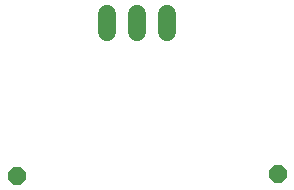
<source format=gbr>
G04 EAGLE Gerber RS-274X export*
G75*
%MOMM*%
%FSLAX34Y34*%
%LPD*%
%INBottom Copper*%
%IPPOS*%
%AMOC8*
5,1,8,0,0,1.08239X$1,22.5*%
G01*
G04 Define Apertures*
%ADD10C,1.524000*%
%ADD11P,1.64956X8X22.5*%
D10*
X142240Y151130D02*
X142240Y166370D01*
X167640Y166370D02*
X167640Y151130D01*
X193040Y151130D02*
X193040Y166370D01*
D11*
X287020Y30480D03*
X66040Y29210D03*
M02*

</source>
